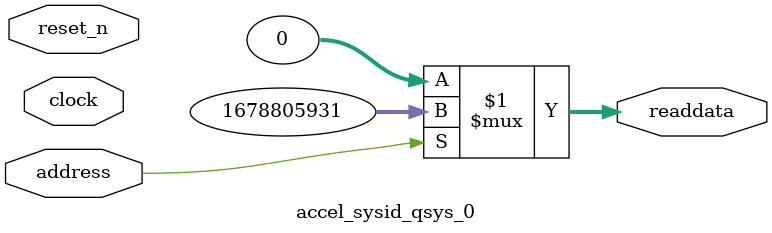
<source format=v>



// synthesis translate_off
`timescale 1ns / 1ps
// synthesis translate_on

// turn off superfluous verilog processor warnings 
// altera message_level Level1 
// altera message_off 10034 10035 10036 10037 10230 10240 10030 

module accel_sysid_qsys_0 (
               // inputs:
                address,
                clock,
                reset_n,

               // outputs:
                readdata
             )
;

  output  [ 31: 0] readdata;
  input            address;
  input            clock;
  input            reset_n;

  wire    [ 31: 0] readdata;
  //control_slave, which is an e_avalon_slave
  assign readdata = address ? 1678805931 : 0;

endmodule



</source>
